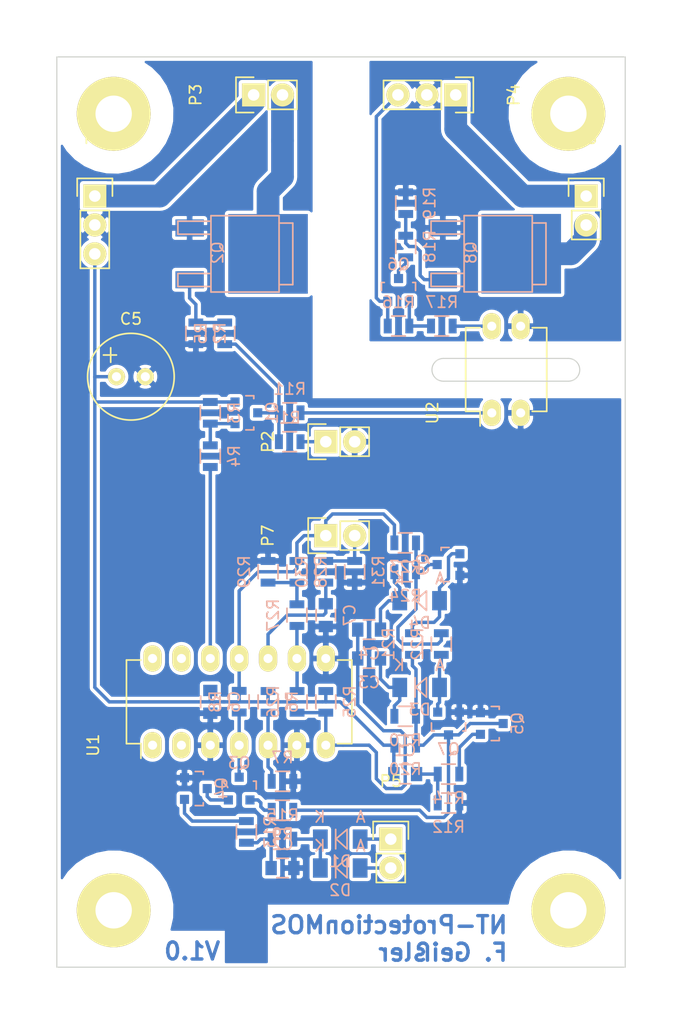
<source format=kicad_pcb>
(kicad_pcb (version 4) (host pcbnew "(2015-07-22 BZR 5980)-product")
  (layers (0 F.Cu signal) (31 B.Cu signal) (34 B.Paste user) (35 F.Paste user) (36 B.SilkS user) (37 F.SilkS user) (38 B.Mask user) (39 F.Mask user) (44 Edge.Cuts user))
  (net 0 "")
  (net 1 "Net-(C1-Pad1)")
  (net 2 V+)
  (net 3 V-)
  (net 4 "Net-(C2-Pad2)")
  (net 5 "Net-(C3-Pad1)")
  (net 6 "Net-(C3-Pad2)")
  (net 7 "Net-(C4-Pad2)")
  (net 8 "Net-(C7-Pad2)")
  (net 9 "Net-(D1-Pad1)")
  (net 10 "Net-(D1-Pad2)")
  (net 11 "Net-(D2-Pad2)")
  (net 12 "Net-(D3-Pad2)")
  (net 13 "Net-(D4-Pad2)")
  (net 14 "Net-(P1-Pad1)")
  (net 15 /ON)
  (net 16 "Net-(P3-Pad2)")
  (net 17 "Net-(P4-Pad1)")
  (net 18 /V-1)
  (net 19 /V+1)
  (net 20 "Net-(P6-Pad2)")
  (net 21 "Net-(P7-Pad2)")
  (net 22 "Net-(Q1-Pad1)")
  (net 23 "Net-(Q2-Pad1)")
  (net 24 "Net-(Q3-Pad1)")
  (net 25 "Net-(Q3-Pad2)")
  (net 26 "Net-(Q3-Pad3)")
  (net 27 "Net-(Q4-Pad1)")
  (net 28 "Net-(Q5-Pad1)")
  (net 29 "Net-(Q5-Pad3)")
  (net 30 "Net-(Q6-Pad1)")
  (net 31 "Net-(Q6-Pad3)")
  (net 32 "Net-(Q8-Pad1)")
  (net 33 "Net-(Q9-Pad3)")
  (net 34 "Net-(R4-Pad1)")
  (net 35 "Net-(R6-Pad1)")
  (net 36 "Net-(R11-Pad1)")
  (net 37 "Net-(R17-Pad1)")
  (net 38 "Net-(R26-Pad1)")
  (net 39 "Net-(R27-Pad1)")
  (net 40 "Net-(P2-Pad1)")
  (module mechanical:Hole_M3 (layer F.Cu) (at 55 125)
    (fp_text reference REF** hide)
    (fp_text value Hole_M3 hide)
    (pad 1 thru_hole circle (at 0 0) (size 6.5 6.5) (drill 3.2) (layers *.Cu *.Mask F.SilkS) (clearance 2))
  )
  (module mechanical:Hole_M3 (layer F.Cu) (at 95 125)
    (fp_text reference REF** hide)
    (fp_text value Hole_M3 hide)
    (pad 1 thru_hole circle (at 0 0) (size 6.5 6.5) (drill 3.2) (layers *.Cu *.Mask F.SilkS) (clearance 2))
  )
  (module mechanical:Hole_M3 (layer F.Cu) (at 95 55)
    (fp_text reference REF** hide)
    (fp_text value Hole_M3 hide)
    (pad 1 thru_hole circle (at 0 0) (size 6.5 6.5) (drill 3.2) (layers *.Cu *.Mask F.SilkS) (clearance 2))
  )
  (module Capacitors_SMD:C_0805 (layer B.Cu) (at 80.645 113.03 180)
    (fp_text reference C1 (at 0 2.1 180) (layer B.SilkS) (effects (justify mirror)))
    (fp_text value 15n)
    (pad 1 smd rect (at -1 0 180) (size 1 1.25) (layers B.Cu B.Paste B.Mask) (net 1 "Net-(C1-Pad1)"))
    (pad 2 smd rect (at 1 0 180) (size 1 1.25) (layers B.Cu B.Paste B.Mask) (net 2 V+))
  )
  (module Capacitors_SMD:C_0805 (layer B.Cu) (at 69.85 121.285 180)
    (fp_text reference C2 (at 0 2.1 180) (layer B.SilkS) (effects (justify mirror)))
    (fp_text value 100n)
    (pad 1 smd rect (at -1 0 180) (size 1 1.25) (layers B.Cu B.Paste B.Mask) (net 3 V-))
    (pad 2 smd rect (at 1 0 180) (size 1 1.25) (layers B.Cu B.Paste B.Mask) (net 4 "Net-(C2-Pad2)"))
  )
  (module Capacitors_SMD:C_0805 (layer B.Cu) (at 77.47 102.87)
    (fp_text reference C3 (at 0 2.1) (layer B.SilkS) (effects (justify mirror)))
    (fp_text value 100n)
    (pad 1 smd rect (at -1 0) (size 1 1.25) (layers B.Cu B.Paste B.Mask) (net 5 "Net-(C3-Pad1)"))
    (pad 2 smd rect (at 1 0) (size 1 1.25) (layers B.Cu B.Paste B.Mask) (net 6 "Net-(C3-Pad2)"))
  )
  (module Capacitors_SMD:C_0805 (layer B.Cu) (at 77.47 100.33)
    (fp_text reference C4 (at 0 2.1) (layer B.SilkS) (effects (justify mirror)))
    (fp_text value 100n)
    (pad 1 smd rect (at -1 0) (size 1 1.25) (layers B.Cu B.Paste B.Mask) (net 5 "Net-(C3-Pad1)"))
    (pad 2 smd rect (at 1 0) (size 1 1.25) (layers B.Cu B.Paste B.Mask) (net 7 "Net-(C4-Pad2)"))
  )
  (module Capacitors_Elko_ThroughHole:Elko_vert_11.2x7.5mm_RM2.5_CopperClear (layer F.Cu) (at 55.245 78.105)
    (fp_text reference C5 (at 1.27 -5.08) (layer F.SilkS))
    (fp_text value 22u)
    (pad 2 thru_hole circle (at 2.54 0) (size 1.50114 1.50114) (drill 0.8001) (layers *.Cu *.Mask F.SilkS) (net 3 V-))
    (pad 1 thru_hole circle (at 0 0) (size 1.50114 1.50114) (drill 0.8001) (layers *.Cu *.Mask F.SilkS) (net 2 V+))
  )
  (module Capacitors_SMD:C_0805 (layer B.Cu) (at 63.5 106.68 90)
    (fp_text reference C6 (at 0 2.1 90) (layer B.SilkS) (effects (justify mirror)))
    (fp_text value 100n)
    (pad 1 smd rect (at -1 0 90) (size 1 1.25) (layers B.Cu B.Paste B.Mask) (net 3 V-))
    (pad 2 smd rect (at 1 0 90) (size 1 1.25) (layers B.Cu B.Paste B.Mask) (net 2 V+))
  )
  (module Capacitors_SMD:C_0805 (layer B.Cu) (at 73.66 99.06 90)
    (fp_text reference C7 (at 0 2.1 90) (layer B.SilkS) (effects (justify mirror)))
    (fp_text value 1u)
    (pad 1 smd rect (at -1 0 90) (size 1 1.25) (layers B.Cu B.Paste B.Mask) (net 3 V-))
    (pad 2 smd rect (at 1 0 90) (size 1 1.25) (layers B.Cu B.Paste B.Mask) (net 8 "Net-(C7-Pad2)"))
  )
  (module Diodes_SMD:MiniMELF_Standard (layer B.Cu) (at 74.93 118.745)
    (fp_text reference D1 (at 0 1.95) (layer B.SilkS) (effects (justify mirror)))
    (fp_text value 1N4148)
    (fp_text user K (at -1.8 -1.95) (layer B.SilkS) (effects (justify mirror)))
    (fp_text user A (at 1.8 -1.95) (layer B.SilkS) (effects (justify mirror)))
    (pad 1 smd rect (at -1.75006 0) (size 1.30048 1.69926) (layers B.Cu B.Paste B.Mask) (net 9 "Net-(D1-Pad1)"))
    (pad 2 smd rect (at 1.75006 0) (size 1.30048 1.69926) (layers B.Cu B.Paste B.Mask) (net 10 "Net-(D1-Pad2)"))
  )
  (module Diodes_SMD:MiniMELF_Standard (layer B.Cu) (at 74.93 121.285)
    (fp_text reference D2 (at 0 1.95) (layer B.SilkS) (effects (justify mirror)))
    (fp_text value 1N4148)
    (fp_text user K (at -1.8 -1.95) (layer B.SilkS) (effects (justify mirror)))
    (fp_text user A (at 1.8 -1.95) (layer B.SilkS) (effects (justify mirror)))
    (pad 1 smd rect (at -1.75006 0) (size 1.30048 1.69926) (layers B.Cu B.Paste B.Mask) (net 9 "Net-(D1-Pad1)"))
    (pad 2 smd rect (at 1.75006 0) (size 1.30048 1.69926) (layers B.Cu B.Paste B.Mask) (net 11 "Net-(D2-Pad2)"))
  )
  (module Diodes_SMD:MiniMELF_Standard (layer B.Cu) (at 81.915 105.41)
    (fp_text reference D3 (at 0 1.95) (layer B.SilkS) (effects (justify mirror)))
    (fp_text value 1N4148)
    (fp_text user K (at -1.8 -1.95) (layer B.SilkS) (effects (justify mirror)))
    (fp_text user A (at 1.8 -1.95) (layer B.SilkS) (effects (justify mirror)))
    (pad 1 smd rect (at -1.75006 0) (size 1.30048 1.69926) (layers B.Cu B.Paste B.Mask) (net 6 "Net-(C3-Pad2)"))
    (pad 2 smd rect (at 1.75006 0) (size 1.30048 1.69926) (layers B.Cu B.Paste B.Mask) (net 12 "Net-(D3-Pad2)"))
  )
  (module Diodes_SMD:MiniMELF_Standard (layer B.Cu) (at 81.915 97.79)
    (fp_text reference D4 (at 0 1.95) (layer B.SilkS) (effects (justify mirror)))
    (fp_text value 1N4148)
    (fp_text user K (at -1.8 -1.95) (layer B.SilkS) (effects (justify mirror)))
    (fp_text user A (at 1.8 -1.95) (layer B.SilkS) (effects (justify mirror)))
    (pad 1 smd rect (at -1.75006 0) (size 1.30048 1.69926) (layers B.Cu B.Paste B.Mask) (net 7 "Net-(C4-Pad2)"))
    (pad 2 smd rect (at 1.75006 0) (size 1.30048 1.69926) (layers B.Cu B.Paste B.Mask) (net 13 "Net-(D4-Pad2)"))
  )
  (module Pin_Headers:Pin_Header_Straight_1x03 (layer F.Cu) (at 53.34 62.23)
    (fp_text reference P1 (at 0 -5.1) (layer F.SilkS))
    (fp_text value VI2)
    (pad 1 thru_hole rect (at 0 0) (size 2.032 2.032) (drill 1.016) (layers *.Cu *.Mask F.SilkS) (net 14 "Net-(P1-Pad1)"))
    (pad 2 thru_hole circle (at 0 2.54) (size 2.032 2.032) (drill 1.016) (layers *.Cu *.Mask F.SilkS) (net 3 V-))
    (pad 3 thru_hole circle (at 0 5.08) (size 2.032 2.032) (drill 1.016) (layers *.Cu *.Mask F.SilkS) (net 2 V+))
  )
  (module Pin_Headers:Pin_Header_Straight_1x02 (layer F.Cu) (at 73.66 83.82 90)
    (fp_text reference P2 (at 0 -5.1 90) (layer F.SilkS))
    (fp_text value LED)
    (pad 1 thru_hole rect (at 0 0 90) (size 2.032 2.032) (drill 1.016) (layers *.Cu *.Mask F.SilkS) (net 40 "Net-(P2-Pad1)"))
    (pad 2 thru_hole oval (at 0 2.54 90) (size 2.032 2.032) (drill 1.016) (layers *.Cu *.Mask F.SilkS) (net 3 V-))
  )
  (module Pin_Headers:Pin_Header_Straight_1x02 (layer F.Cu) (at 67.31 53.34 90)
    (fp_text reference P3 (at 0 -5.1 90) (layer F.SilkS))
    (fp_text value VO2)
    (pad 1 thru_hole rect (at 0 0 90) (size 2.032 2.032) (drill 1.016) (layers *.Cu *.Mask F.SilkS) (net 14 "Net-(P1-Pad1)"))
    (pad 2 thru_hole oval (at 0 2.54 90) (size 2.032 2.032) (drill 1.016) (layers *.Cu *.Mask F.SilkS) (net 16 "Net-(P3-Pad2)"))
  )
  (module Pin_Headers:Pin_Header_Straight_1x03 (layer F.Cu) (at 85.09 53.34 270)
    (fp_text reference P4 (at 0 -5.1 270) (layer F.SilkS))
    (fp_text value VI1)
    (pad 1 thru_hole rect (at 0 0 270) (size 2.032 2.032) (drill 1.016) (layers *.Cu *.Mask F.SilkS) (net 17 "Net-(P4-Pad1)"))
    (pad 2 thru_hole circle (at 0 2.54 270) (size 2.032 2.032) (drill 1.016) (layers *.Cu *.Mask F.SilkS) (net 18 /V-1))
    (pad 3 thru_hole circle (at 0 5.08 270) (size 2.032 2.032) (drill 1.016) (layers *.Cu *.Mask F.SilkS) (net 19 /V+1))
  )
  (module Pin_Headers:Pin_Header_Straight_1x02 (layer F.Cu) (at 79.375 118.745)
    (fp_text reference P5 (at 0 -5.1) (layer F.SilkS))
    (fp_text value VAC2)
    (pad 1 thru_hole rect (at 0 0) (size 2.032 2.032) (drill 1.016) (layers *.Cu *.Mask F.SilkS) (net 10 "Net-(D1-Pad2)"))
    (pad 2 thru_hole oval (at 0 2.54) (size 2.032 2.032) (drill 1.016) (layers *.Cu *.Mask F.SilkS) (net 11 "Net-(D2-Pad2)"))
  )
  (module Pin_Headers:Pin_Header_Straight_1x02 (layer F.Cu) (at 96.567032 62.235891)
    (fp_text reference P6 (at 0 -5.1) (layer F.SilkS))
    (fp_text value VO1)
    (pad 1 thru_hole rect (at 0 0) (size 2.032 2.032) (drill 1.016) (layers *.Cu *.Mask F.SilkS) (net 17 "Net-(P4-Pad1)"))
    (pad 2 thru_hole oval (at 0 2.54) (size 2.032 2.032) (drill 1.016) (layers *.Cu *.Mask F.SilkS) (net 20 "Net-(P6-Pad2)"))
  )
  (module Pin_Headers:Pin_Header_Straight_1x02 (layer F.Cu) (at 73.66 92.075 90)
    (fp_text reference P7 (at 0 -5.1 90) (layer F.SilkS))
    (fp_text value Taster)
    (pad 1 thru_hole rect (at 0 0 90) (size 2.032 2.032) (drill 1.016) (layers *.Cu *.Mask F.SilkS) (net 2 V+))
    (pad 2 thru_hole oval (at 0 2.54 90) (size 2.032 2.032) (drill 1.016) (layers *.Cu *.Mask F.SilkS) (net 21 "Net-(P7-Pad2)"))
  )
  (module Housings_SOT-23_SOT-143_TSOT-6:SOT-23 (layer B.Cu) (at 66.675 81.28 90)
    (fp_text reference Q1 (at 0 2.25 90) (layer B.SilkS) (effects (justify mirror)))
    (fp_text value BC858)
    (pad 1 smd rect (at -0.95 -1.00076 90) (size 0.8001 0.8001) (layers B.Cu B.Paste B.Mask) (net 22 "Net-(Q1-Pad1)"))
    (pad 2 smd rect (at 0.95 -1.00076 90) (size 0.8001 0.8001) (layers B.Cu B.Paste B.Mask) (net 2 V+))
    (pad 3 smd rect (at 0 0.99822 90) (size 0.8001 0.8001) (layers B.Cu B.Paste B.Mask) (net 15 /ON))
  )
  (module Transistors_SMD:sot428 (layer B.Cu) (at 65.13068 67.31 90)
    (fp_text reference Q2 (at 0.09906 -1.00076 90) (layer B.SilkS) (effects (justify mirror)))
    (fp_text value Q_NMOS_GDS)
    (pad 1 smd rect (at -2.27584 -3.44932 90) (size 1.50114 2.49936) (layers B.Cu B.Paste B.Mask) (net 23 "Net-(Q2-Pad1)"))
    (pad 3 smd rect (at 2.27584 -3.44932 90) (size 1.50114 2.49936) (layers B.Cu B.Paste B.Mask) (net 3 V-))
    (pad 2 smd rect (at 0 3.44932 90) (size 7.00024 7.00024) (layers B.Cu B.Paste B.Mask) (net 16 "Net-(P3-Pad2)"))
  )
  (module Housings_SOT-23_SOT-143_TSOT-6:SOT-23 (layer B.Cu) (at 66.04 114.3 180)
    (fp_text reference Q3 (at 0 2.25 180) (layer B.SilkS) (effects (justify mirror)))
    (fp_text value BC850)
    (pad 1 smd rect (at -0.95 -1.00076 180) (size 0.8001 0.8001) (layers B.Cu B.Paste B.Mask) (net 24 "Net-(Q3-Pad1)"))
    (pad 2 smd rect (at 0.95 -1.00076 180) (size 0.8001 0.8001) (layers B.Cu B.Paste B.Mask) (net 25 "Net-(Q3-Pad2)"))
    (pad 3 smd rect (at 0 0.99822 180) (size 0.8001 0.8001) (layers B.Cu B.Paste B.Mask) (net 26 "Net-(Q3-Pad3)"))
  )
  (module Housings_SOT-23_SOT-143_TSOT-6:SOT-23 (layer B.Cu) (at 62.23 114.3 90)
    (fp_text reference Q4 (at 0 2.25 90) (layer B.SilkS) (effects (justify mirror)))
    (fp_text value BC850)
    (pad 1 smd rect (at -0.95 -1.00076 90) (size 0.8001 0.8001) (layers B.Cu B.Paste B.Mask) (net 27 "Net-(Q4-Pad1)"))
    (pad 2 smd rect (at 0.95 -1.00076 90) (size 0.8001 0.8001) (layers B.Cu B.Paste B.Mask) (net 3 V-))
    (pad 3 smd rect (at 0 0.99822 90) (size 0.8001 0.8001) (layers B.Cu B.Paste B.Mask) (net 25 "Net-(Q3-Pad2)"))
  )
  (module Housings_SOT-23_SOT-143_TSOT-6:SOT-23 (layer B.Cu) (at 88.265 108.585 90)
    (fp_text reference Q5 (at 0 2.25 90) (layer B.SilkS) (effects (justify mirror)))
    (fp_text value BC850)
    (pad 1 smd rect (at -0.95 -1.00076 90) (size 0.8001 0.8001) (layers B.Cu B.Paste B.Mask) (net 28 "Net-(Q5-Pad1)"))
    (pad 2 smd rect (at 0.95 -1.00076 90) (size 0.8001 0.8001) (layers B.Cu B.Paste B.Mask) (net 3 V-))
    (pad 3 smd rect (at 0 0.99822 90) (size 0.8001 0.8001) (layers B.Cu B.Paste B.Mask) (net 29 "Net-(Q5-Pad3)"))
  )
  (module Housings_SOT-23_SOT-143_TSOT-6:SOT-23 (layer B.Cu) (at 80.057032 70.476185 180)
    (fp_text reference Q6 (at 0 2.25 180) (layer B.SilkS) (effects (justify mirror)))
    (fp_text value BC858)
    (pad 1 smd rect (at -0.95 -1.00076 180) (size 0.8001 0.8001) (layers B.Cu B.Paste B.Mask) (net 30 "Net-(Q6-Pad1)"))
    (pad 2 smd rect (at 0.95 -1.00076 180) (size 0.8001 0.8001) (layers B.Cu B.Paste B.Mask) (net 19 /V+1))
    (pad 3 smd rect (at 0 0.99822 180) (size 0.8001 0.8001) (layers B.Cu B.Paste B.Mask) (net 31 "Net-(Q6-Pad3)"))
  )
  (module Housings_SOT-23_SOT-143_TSOT-6:SOT-23 (layer B.Cu) (at 84.455 108.585)
    (fp_text reference Q7 (at 0 2.25) (layer B.SilkS) (effects (justify mirror)))
    (fp_text value BC850)
    (pad 1 smd rect (at -0.95 -1.00076) (size 0.8001 0.8001) (layers B.Cu B.Paste B.Mask) (net 12 "Net-(D3-Pad2)"))
    (pad 2 smd rect (at 0.95 -1.00076) (size 0.8001 0.8001) (layers B.Cu B.Paste B.Mask) (net 3 V-))
    (pad 3 smd rect (at 0 0.99822) (size 0.8001 0.8001) (layers B.Cu B.Paste B.Mask) (net 29 "Net-(Q5-Pad3)"))
  )
  (module Transistors_SMD:sot428 (layer B.Cu) (at 87.402712 67.301185 90)
    (fp_text reference Q8 (at 0.09906 -1.00076 90) (layer B.SilkS) (effects (justify mirror)))
    (fp_text value Q_NMOS_GDS)
    (pad 1 smd rect (at -2.27584 -3.44932 90) (size 1.50114 2.49936) (layers B.Cu B.Paste B.Mask) (net 32 "Net-(Q8-Pad1)"))
    (pad 3 smd rect (at 2.27584 -3.44932 90) (size 1.50114 2.49936) (layers B.Cu B.Paste B.Mask) (net 18 /V-1))
    (pad 2 smd rect (at 0 3.44932 90) (size 7.00024 7.00024) (layers B.Cu B.Paste B.Mask) (net 20 "Net-(P6-Pad2)"))
  )
  (module Housings_SOT-23_SOT-143_TSOT-6:SOT-23 (layer B.Cu) (at 84.455 94.615 270)
    (fp_text reference Q9 (at 0 2.25 270) (layer B.SilkS) (effects (justify mirror)))
    (fp_text value BC850)
    (pad 1 smd rect (at -0.95 -1.00076 270) (size 0.8001 0.8001) (layers B.Cu B.Paste B.Mask) (net 13 "Net-(D4-Pad2)"))
    (pad 2 smd rect (at 0.95 -1.00076 270) (size 0.8001 0.8001) (layers B.Cu B.Paste B.Mask) (net 3 V-))
    (pad 3 smd rect (at 0 0.99822 270) (size 0.8001 0.8001) (layers B.Cu B.Paste B.Mask) (net 33 "Net-(Q9-Pad3)"))
  )
  (module Resistors_SMD:R_0805 (layer B.Cu) (at 70.485 83.82 180)
    (fp_text reference R1 (at 0 2.1 180) (layer B.SilkS) (effects (justify mirror)))
    (fp_text value 2k2)
    (pad 1 smd rect (at -0.95 0 180) (size 0.7 1.3) (layers B.Cu B.Paste B.Mask) (net 40 "Net-(P2-Pad1)"))
    (pad 2 smd rect (at 0.95 0 180) (size 0.7 1.3) (layers B.Cu B.Paste B.Mask) (net 15 /ON))
  )
  (module Resistors_SMD:R_0805 (layer B.Cu) (at 62.23 74.295 90)
    (fp_text reference R2 (at 0 2.1 90) (layer B.SilkS) (effects (justify mirror)))
    (fp_text value 22k)
    (pad 1 smd rect (at -0.95 0 90) (size 0.7 1.3) (layers B.Cu B.Paste B.Mask) (net 3 V-))
    (pad 2 smd rect (at 0.95 0 90) (size 0.7 1.3) (layers B.Cu B.Paste B.Mask) (net 23 "Net-(Q2-Pad1)"))
  )
  (module Resistors_SMD:R_0805 (layer B.Cu) (at 63.5 81.28 90)
    (fp_text reference R3 (at 0 2.1 90) (layer B.SilkS) (effects (justify mirror)))
    (fp_text value 10k)
    (pad 1 smd rect (at -0.95 0 90) (size 0.7 1.3) (layers B.Cu B.Paste B.Mask) (net 22 "Net-(Q1-Pad1)"))
    (pad 2 smd rect (at 0.95 0 90) (size 0.7 1.3) (layers B.Cu B.Paste B.Mask) (net 2 V+))
  )
  (module Resistors_SMD:R_0805 (layer B.Cu) (at 63.5 85.09 90)
    (fp_text reference R4 (at 0 2.1 90) (layer B.SilkS) (effects (justify mirror)))
    (fp_text value 22k)
    (pad 1 smd rect (at -0.95 0 90) (size 0.7 1.3) (layers B.Cu B.Paste B.Mask) (net 34 "Net-(R4-Pad1)"))
    (pad 2 smd rect (at 0.95 0 90) (size 0.7 1.3) (layers B.Cu B.Paste B.Mask) (net 22 "Net-(Q1-Pad1)"))
  )
  (module Resistors_SMD:R_0805 (layer B.Cu) (at 64.77 74.295 270)
    (fp_text reference R5 (at 0 2.1 270) (layer B.SilkS) (effects (justify mirror)))
    (fp_text value 100)
    (pad 1 smd rect (at -0.95 0 270) (size 0.7 1.3) (layers B.Cu B.Paste B.Mask) (net 23 "Net-(Q2-Pad1)"))
    (pad 2 smd rect (at 0.95 0 270) (size 0.7 1.3) (layers B.Cu B.Paste B.Mask) (net 15 /ON))
  )
  (module Resistors_SMD:R_0805 (layer B.Cu) (at 68.58 106.68 90)
    (fp_text reference R6 (at 0 2.1 90) (layer B.SilkS) (effects (justify mirror)))
    (fp_text value 10k)
    (pad 1 smd rect (at -0.95 0 90) (size 0.7 1.3) (layers B.Cu B.Paste B.Mask) (net 35 "Net-(R6-Pad1)"))
    (pad 2 smd rect (at 0.95 0 90) (size 0.7 1.3) (layers B.Cu B.Paste B.Mask) (net 2 V+))
  )
  (module Resistors_SMD:R_0805 (layer B.Cu) (at 69.85 113.665 180)
    (fp_text reference R7 (at 0 2.1 180) (layer B.SilkS) (effects (justify mirror)))
    (fp_text value 100k)
    (pad 1 smd rect (at -0.95 0 180) (size 0.7 1.3) (layers B.Cu B.Paste B.Mask) (net 3 V-))
    (pad 2 smd rect (at 0.95 0 180) (size 0.7 1.3) (layers B.Cu B.Paste B.Mask) (net 35 "Net-(R6-Pad1)"))
  )
  (module Resistors_SMD:R_0805 (layer B.Cu) (at 66.04 106.666221 270)
    (fp_text reference R8 (at 0 2.1 270) (layer B.SilkS) (effects (justify mirror)))
    (fp_text value 10k)
    (pad 1 smd rect (at -0.95 0 270) (size 0.7 1.3) (layers B.Cu B.Paste B.Mask) (net 2 V+))
    (pad 2 smd rect (at 0.95 0 270) (size 0.7 1.3) (layers B.Cu B.Paste B.Mask) (net 26 "Net-(Q3-Pad3)"))
  )
  (module Resistors_SMD:R_0805 (layer B.Cu) (at 69.85 116.205)
    (fp_text reference R9 (at 0 2.1) (layer B.SilkS) (effects (justify mirror)))
    (fp_text value 22k)
    (pad 1 smd rect (at -0.95 0) (size 0.7 1.3) (layers B.Cu B.Paste B.Mask) (net 24 "Net-(Q3-Pad1)"))
    (pad 2 smd rect (at 0.95 0) (size 0.7 1.3) (layers B.Cu B.Paste B.Mask) (net 29 "Net-(Q5-Pad3)"))
  )
  (module Resistors_SMD:R_0805 (layer B.Cu) (at 80.645 107.95)
    (fp_text reference R10 (at 0 2.1) (layer B.SilkS) (effects (justify mirror)))
    (fp_text value 47k)
    (pad 1 smd rect (at -0.95 0) (size 0.7 1.3) (layers B.Cu B.Paste B.Mask) (net 6 "Net-(C3-Pad2)"))
    (pad 2 smd rect (at 0.95 0) (size 0.7 1.3) (layers B.Cu B.Paste B.Mask) (net 29 "Net-(Q5-Pad3)"))
  )
  (module Resistors_SMD:R_0805 (layer B.Cu) (at 70.485 81.28 180)
    (fp_text reference R11 (at 0 2.1 180) (layer B.SilkS) (effects (justify mirror)))
    (fp_text value 2k2)
    (pad 1 smd rect (at -0.95 0 180) (size 0.7 1.3) (layers B.Cu B.Paste B.Mask) (net 36 "Net-(R11-Pad1)"))
    (pad 2 smd rect (at 0.95 0 180) (size 0.7 1.3) (layers B.Cu B.Paste B.Mask) (net 15 /ON))
  )
  (module Resistors_SMD:R_0805 (layer B.Cu) (at 84.455 115.57)
    (fp_text reference R12 (at 0 2.1) (layer B.SilkS) (effects (justify mirror)))
    (fp_text value 100k)
    (pad 1 smd rect (at -0.95 0) (size 0.7 1.3) (layers B.Cu B.Paste B.Mask) (net 1 "Net-(C1-Pad1)"))
    (pad 2 smd rect (at 0.95 0) (size 0.7 1.3) (layers B.Cu B.Paste B.Mask) (net 3 V-))
  )
  (module Resistors_SMD:R_0805 (layer B.Cu) (at 66.675 118.11 90)
    (fp_text reference R13 (at 0 2.1 90) (layer B.SilkS) (effects (justify mirror)))
    (fp_text value 22k)
    (pad 1 smd rect (at -0.95 0 90) (size 0.7 1.3) (layers B.Cu B.Paste B.Mask) (net 4 "Net-(C2-Pad2)"))
    (pad 2 smd rect (at 0.95 0 90) (size 0.7 1.3) (layers B.Cu B.Paste B.Mask) (net 27 "Net-(Q4-Pad1)"))
  )
  (module Resistors_SMD:R_0805 (layer B.Cu) (at 84.455 113.03)
    (fp_text reference R14 (at 0 2.1) (layer B.SilkS) (effects (justify mirror)))
    (fp_text value 10k)
    (pad 1 smd rect (at -0.95 0) (size 0.7 1.3) (layers B.Cu B.Paste B.Mask) (net 1 "Net-(C1-Pad1)"))
    (pad 2 smd rect (at 0.95 0) (size 0.7 1.3) (layers B.Cu B.Paste B.Mask) (net 28 "Net-(Q5-Pad1)"))
  )
  (module Resistors_SMD:R_0805 (layer B.Cu) (at 69.85 118.745 180)
    (fp_text reference R15 (at 0 2.1 180) (layer B.SilkS) (effects (justify mirror)))
    (fp_text value 22k)
    (pad 1 smd rect (at -0.95 0 180) (size 0.7 1.3) (layers B.Cu B.Paste B.Mask) (net 9 "Net-(D1-Pad1)"))
    (pad 2 smd rect (at 0.95 0 180) (size 0.7 1.3) (layers B.Cu B.Paste B.Mask) (net 4 "Net-(C2-Pad2)"))
  )
  (module Resistors_SMD:R_0805 (layer B.Cu) (at 80.057032 73.651185 180)
    (fp_text reference R16 (at 0 2.1 180) (layer B.SilkS) (effects (justify mirror)))
    (fp_text value 10k)
    (pad 1 smd rect (at -0.95 0 180) (size 0.7 1.3) (layers B.Cu B.Paste B.Mask) (net 30 "Net-(Q6-Pad1)"))
    (pad 2 smd rect (at 0.95 0 180) (size 0.7 1.3) (layers B.Cu B.Paste B.Mask) (net 19 /V+1))
  )
  (module Resistors_SMD:R_0805 (layer B.Cu) (at 83.867032 73.651185 180)
    (fp_text reference R17 (at 0 2.1 180) (layer B.SilkS) (effects (justify mirror)))
    (fp_text value 22k)
    (pad 1 smd rect (at -0.95 0 180) (size 0.7 1.3) (layers B.Cu B.Paste B.Mask) (net 37 "Net-(R17-Pad1)"))
    (pad 2 smd rect (at 0.95 0 180) (size 0.7 1.3) (layers B.Cu B.Paste B.Mask) (net 30 "Net-(Q6-Pad1)"))
  )
  (module Resistors_SMD:R_0805 (layer B.Cu) (at 80.692032 66.666185 90)
    (fp_text reference R18 (at 0 2.1 90) (layer B.SilkS) (effects (justify mirror)))
    (fp_text value 100)
    (pad 1 smd rect (at -0.95 0 90) (size 0.7 1.3) (layers B.Cu B.Paste B.Mask) (net 31 "Net-(Q6-Pad3)"))
    (pad 2 smd rect (at 0.95 0 90) (size 0.7 1.3) (layers B.Cu B.Paste B.Mask) (net 32 "Net-(Q8-Pad1)"))
  )
  (module Resistors_SMD:R_0805 (layer B.Cu) (at 80.692032 62.856185 90)
    (fp_text reference R19 (at 0 2.1 90) (layer B.SilkS) (effects (justify mirror)))
    (fp_text value 22k)
    (pad 1 smd rect (at -0.95 0 90) (size 0.7 1.3) (layers B.Cu B.Paste B.Mask) (net 32 "Net-(Q8-Pad1)"))
    (pad 2 smd rect (at 0.95 0 90) (size 0.7 1.3) (layers B.Cu B.Paste B.Mask) (net 18 /V-1))
  )
  (module Resistors_SMD:R_0805 (layer B.Cu) (at 80.645 110.49)
    (fp_text reference R20 (at 0 2.1) (layer B.SilkS) (effects (justify mirror)))
    (fp_text value 10k)
    (pad 1 smd rect (at -0.95 0) (size 0.7 1.3) (layers B.Cu B.Paste B.Mask) (net 2 V+))
    (pad 2 smd rect (at 0.95 0) (size 0.7 1.3) (layers B.Cu B.Paste B.Mask) (net 29 "Net-(Q5-Pad3)"))
  )
  (module Resistors_SMD:R_0805 (layer B.Cu) (at 81.28 101.6 270)
    (fp_text reference R21 (at 0 2.1 270) (layer B.SilkS) (effects (justify mirror)))
    (fp_text value 22k)
    (pad 1 smd rect (at -0.95 0 270) (size 0.7 1.3) (layers B.Cu B.Paste B.Mask) (net 13 "Net-(D4-Pad2)"))
    (pad 2 smd rect (at 0.95 0 270) (size 0.7 1.3) (layers B.Cu B.Paste B.Mask) (net 29 "Net-(Q5-Pad3)"))
  )
  (module Resistors_SMD:R_0805 (layer B.Cu) (at 83.82 101.6 270)
    (fp_text reference R22 (at 0 2.1 270) (layer B.SilkS) (effects (justify mirror)))
    (fp_text value 22k)
    (pad 1 smd rect (at -0.95 0 270) (size 0.7 1.3) (layers B.Cu B.Paste B.Mask) (net 33 "Net-(Q9-Pad3)"))
    (pad 2 smd rect (at 0.95 0 270) (size 0.7 1.3) (layers B.Cu B.Paste B.Mask) (net 12 "Net-(D3-Pad2)"))
  )
  (module Resistors_SMD:R_0805 (layer B.Cu) (at 80.645 92.71)
    (fp_text reference R23 (at 0 2.1) (layer B.SilkS) (effects (justify mirror)))
    (fp_text value 10k)
    (pad 1 smd rect (at -0.95 0) (size 0.7 1.3) (layers B.Cu B.Paste B.Mask) (net 2 V+))
    (pad 2 smd rect (at 0.95 0) (size 0.7 1.3) (layers B.Cu B.Paste B.Mask) (net 33 "Net-(Q9-Pad3)"))
  )
  (module Resistors_SMD:R_0805 (layer B.Cu) (at 80.645 95.25)
    (fp_text reference R24 (at 0 2.1) (layer B.SilkS) (effects (justify mirror)))
    (fp_text value 47k)
    (pad 1 smd rect (at -0.95 0) (size 0.7 1.3) (layers B.Cu B.Paste B.Mask) (net 7 "Net-(C4-Pad2)"))
    (pad 2 smd rect (at 0.95 0) (size 0.7 1.3) (layers B.Cu B.Paste B.Mask) (net 33 "Net-(Q9-Pad3)"))
  )
  (module Resistors_SMD:R_0805 (layer B.Cu) (at 73.66 106.68 90)
    (fp_text reference R25 (at 0 2.1 90) (layer B.SilkS) (effects (justify mirror)))
    (fp_text value 10k)
    (pad 1 smd rect (at -0.95 0 90) (size 0.7 1.3) (layers B.Cu B.Paste B.Mask) (net 5 "Net-(C3-Pad1)"))
    (pad 2 smd rect (at 0.95 0 90) (size 0.7 1.3) (layers B.Cu B.Paste B.Mask) (net 2 V+))
  )
  (module Resistors_SMD:R_0805 (layer B.Cu) (at 71.1337 106.68 270)
    (fp_text reference R26 (at 0 2.1 270) (layer B.SilkS) (effects (justify mirror)))
    (fp_text value 120k)
    (pad 1 smd rect (at -0.95 0 270) (size 0.7 1.3) (layers B.Cu B.Paste B.Mask) (net 38 "Net-(R26-Pad1)"))
    (pad 2 smd rect (at 0.95 0 270) (size 0.7 1.3) (layers B.Cu B.Paste B.Mask) (net 5 "Net-(C3-Pad1)"))
  )
  (module Resistors_SMD:R_0805 (layer B.Cu) (at 71.12 99.06 270)
    (fp_text reference R27 (at 0 2.1 270) (layer B.SilkS) (effects (justify mirror)))
    (fp_text value 100k)
    (pad 1 smd rect (at -0.95 0 270) (size 0.7 1.3) (layers B.Cu B.Paste B.Mask) (net 39 "Net-(R27-Pad1)"))
    (pad 2 smd rect (at 0.95 0 270) (size 0.7 1.3) (layers B.Cu B.Paste B.Mask) (net 38 "Net-(R26-Pad1)"))
  )
  (module Resistors_SMD:R_0805 (layer B.Cu) (at 71.12 95.25 90)
    (fp_text reference R28 (at 0 2.1 90) (layer B.SilkS) (effects (justify mirror)))
    (fp_text value 10k)
    (pad 1 smd rect (at -0.95 0 90) (size 0.7 1.3) (layers B.Cu B.Paste B.Mask) (net 39 "Net-(R27-Pad1)"))
    (pad 2 smd rect (at 0.95 0 90) (size 0.7 1.3) (layers B.Cu B.Paste B.Mask) (net 2 V+))
  )
  (module Resistors_SMD:R_0805 (layer B.Cu) (at 68.58 95.25 270)
    (fp_text reference R29 (at 0 2.1 270) (layer B.SilkS) (effects (justify mirror)))
    (fp_text value 10k)
    (pad 1 smd rect (at -0.95 0 270) (size 0.7 1.3) (layers B.Cu B.Paste B.Mask) (net 3 V-))
    (pad 2 smd rect (at 0.95 0 270) (size 0.7 1.3) (layers B.Cu B.Paste B.Mask) (net 39 "Net-(R27-Pad1)"))
  )
  (module Resistors_SMD:R_0805 (layer B.Cu) (at 73.66 95.25 270)
    (fp_text reference R30 (at 0 2.1 270) (layer B.SilkS) (effects (justify mirror)))
    (fp_text value 10k)
    (pad 1 smd rect (at -0.95 0 270) (size 0.7 1.3) (layers B.Cu B.Paste B.Mask) (net 21 "Net-(P7-Pad2)"))
    (pad 2 smd rect (at 0.95 0 270) (size 0.7 1.3) (layers B.Cu B.Paste B.Mask) (net 8 "Net-(C7-Pad2)"))
  )
  (module Resistors_SMD:R_0805 (layer B.Cu) (at 76.2 95.25 90)
    (fp_text reference R31 (at 0 2.1 90) (layer B.SilkS) (effects (justify mirror)))
    (fp_text value 4k7)
    (pad 1 smd rect (at -0.95 0 90) (size 0.7 1.3) (layers B.Cu B.Paste B.Mask) (net 3 V-))
    (pad 2 smd rect (at 0.95 0 90) (size 0.7 1.3) (layers B.Cu B.Paste B.Mask) (net 21 "Net-(P7-Pad2)"))
  )
  (module Housings_DIP:DIP-14_W7.62mm_LongPads (layer F.Cu) (at 58.42 110.49 90)
    (fp_text reference U1 (at 0 -5.22 90) (layer F.SilkS))
    (fp_text value LM319)
    (pad 1 thru_hole oval (at 0 0 90) (size 2.3 1.6) (drill 0.8) (layers *.Cu *.Mask F.SilkS))
    (pad 2 thru_hole oval (at 0 2.54 90) (size 2.3 1.6) (drill 0.8) (layers *.Cu *.Mask F.SilkS))
    (pad 3 thru_hole oval (at 0 5.08 90) (size 2.3 1.6) (drill 0.8) (layers *.Cu *.Mask F.SilkS) (net 3 V-))
    (pad 4 thru_hole oval (at 0 7.62 90) (size 2.3 1.6) (drill 0.8) (layers *.Cu *.Mask F.SilkS) (net 26 "Net-(Q3-Pad3)"))
    (pad 5 thru_hole oval (at 0 10.16 90) (size 2.3 1.6) (drill 0.8) (layers *.Cu *.Mask F.SilkS) (net 35 "Net-(R6-Pad1)"))
    (pad 6 thru_hole oval (at 0 12.7 90) (size 2.3 1.6) (drill 0.8) (layers *.Cu *.Mask F.SilkS) (net 3 V-))
    (pad 7 thru_hole oval (at 0 15.24 90) (size 2.3 1.6) (drill 0.8) (layers *.Cu *.Mask F.SilkS) (net 5 "Net-(C3-Pad1)"))
    (pad 8 thru_hole oval (at 7.62 15.24 90) (size 2.3 1.6) (drill 0.8) (layers *.Cu *.Mask F.SilkS) (net 3 V-))
    (pad 9 thru_hole oval (at 7.62 12.7 90) (size 2.3 1.6) (drill 0.8) (layers *.Cu *.Mask F.SilkS) (net 38 "Net-(R26-Pad1)"))
    (pad 10 thru_hole oval (at 7.62 10.16 90) (size 2.3 1.6) (drill 0.8) (layers *.Cu *.Mask F.SilkS) (net 8 "Net-(C7-Pad2)"))
    (pad 11 thru_hole oval (at 7.62 7.62 90) (size 2.3 1.6) (drill 0.8) (layers *.Cu *.Mask F.SilkS) (net 2 V+))
    (pad 12 thru_hole oval (at 7.62 5.08 90) (size 2.3 1.6) (drill 0.8) (layers *.Cu *.Mask F.SilkS) (net 34 "Net-(R4-Pad1)"))
    (pad 13 thru_hole oval (at 7.62 2.54 90) (size 2.3 1.6) (drill 0.8) (layers *.Cu *.Mask F.SilkS))
    (pad 14 thru_hole oval (at 7.62 0 90) (size 2.3 1.6) (drill 0.8) (layers *.Cu *.Mask F.SilkS))
  )
  (module Housings_DIP:DIP-4_W7.62mm_LongPads (layer F.Cu) (at 88.259606 81.285891 90)
    (fp_text reference U2 (at 0 -5.22 90) (layer F.SilkS))
    (fp_text value LTV-817)
    (pad 1 thru_hole oval (at 0 0 90) (size 2.3 1.6) (drill 0.8) (layers *.Cu *.Mask F.SilkS) (net 36 "Net-(R11-Pad1)"))
    (pad 2 thru_hole oval (at 0 2.54 90) (size 2.3 1.6) (drill 0.8) (layers *.Cu *.Mask F.SilkS) (net 3 V-))
    (pad 3 thru_hole oval (at 7.62 2.54 90) (size 2.3 1.6) (drill 0.8) (layers *.Cu *.Mask F.SilkS) (net 18 /V-1))
    (pad 4 thru_hole oval (at 7.62 0 90) (size 2.3 1.6) (drill 0.8) (layers *.Cu *.Mask F.SilkS) (net 37 "Net-(R17-Pad1)"))
  )
  (module mechanical:Hole_M3 (layer F.Cu) (at 55 55)
    (fp_text reference REF** hide)
    (fp_text value Hole_M3 hide)
    (pad 1 thru_hole circle (at 0 0) (size 6.5 6.5) (drill 3.2) (layers *.Cu *.Mask F.SilkS) (clearance 2))
  )
  (gr_text V1.0 (at 61.9 128.6) (layer B.Cu) (effects (font (size 1.5 1.5) (thickness 0.3)) (justify mirror)))
  (gr_text "NT-ProtectionMOS\nF. Geißler" (at 89.8 127.5) (layer B.Cu) (effects (font (size 1.5 1.5) (thickness 0.3)) (justify left mirror)))
  (gr_line (start 95 76.5) (end 84 76.5) (layer Edge.Cuts) (width 0.1))
  (gr_line (start 84 78.5) (end 95 78.5) (layer Edge.Cuts) (width 0.1))
  (gr_arc (start 84 77.5) (end 84 78.5) (angle 180) (layer Edge.Cuts) (width 0.1))
  (gr_arc (start 95 77.5) (end 95 76.5) (angle 180) (layer Edge.Cuts) (width 0.1))
  (gr_line (start 50 130) (end 50 50) (layer Edge.Cuts) (width 0.1))
  (gr_line (start 100 130) (end 50 130) (layer Edge.Cuts) (width 0.1))
  (gr_line (start 100 50) (end 100 130) (layer Edge.Cuts) (width 0.1))
  (gr_line (start 50 50) (end 100 50) (layer Edge.Cuts) (width 0.1))
  (segment (start 83.505 113.03) (end 83.505 115.57) (width 0.3) (layer B.Cu) (net 1))
  (segment (start 81.645 113.03) (end 83.505 113.03) (width 0.3) (layer B.Cu) (net 1))
  (segment (start 66.04 102.87) (end 66.04 105.25506) (width 0.3) (layer B.Cu) (net 2))
  (segment (start 66.04 105.25506) (end 66.04 106.666221) (width 0.3) (layer B.Cu) (net 2))
  (segment (start 66.04 105.716221) (end 66.04 105.25506) (width 0.3) (layer B.Cu) (net 2))
  (segment (start 74.93 106.68) (end 73.673406 106.68) (width 0.3) (layer B.Cu) (net 2))
  (segment (start 73.673406 106.68) (end 73.36 106.68) (width 0.3) (layer B.Cu) (net 2))
  (segment (start 73.66 105.73) (end 73.66 106.666594) (width 0.3) (layer B.Cu) (net 2))
  (segment (start 73.66 106.666594) (end 73.673406 106.68) (width 0.3) (layer B.Cu) (net 2))
  (segment (start 78.74 110.49) (end 74.93 106.68) (width 0.3) (layer B.Cu) (net 2))
  (segment (start 79.695 110.49) (end 78.74 110.49) (width 0.3) (layer B.Cu) (net 2))
  (segment (start 79.645 113.03) (end 79.645 110.54) (width 0.3) (layer B.Cu) (net 2))
  (segment (start 79.645 110.54) (end 79.695 110.49) (width 0.3) (layer B.Cu) (net 2))
  (segment (start 78.74 90.17) (end 79.695 91.125) (width 0.3) (layer B.Cu) (net 2))
  (segment (start 79.695 91.125) (end 79.695 92.71) (width 0.3) (layer B.Cu) (net 2))
  (segment (start 74.249 90.17) (end 78.74 90.17) (width 0.3) (layer B.Cu) (net 2))
  (segment (start 73.66 92.075) (end 73.66 90.759) (width 0.3) (layer B.Cu) (net 2))
  (segment (start 73.66 90.759) (end 74.249 90.17) (width 0.3) (layer B.Cu) (net 2))
  (segment (start 54.61 106.68) (end 63.663127 106.68) (width 0.3) (layer B.Cu) (net 2))
  (segment (start 63.663127 106.68) (end 64.636804 106.68) (width 0.3) (layer B.Cu) (net 2))
  (segment (start 63.5 106.68) (end 63.663127 106.68) (width 0.3) (layer B.Cu) (net 2))
  (segment (start 63.5 105.68) (end 63.5 106.68) (width 0.3) (layer B.Cu) (net 2))
  (segment (start 71.1337 106.68) (end 68.600375 106.68) (width 0.3) (layer B.Cu) (net 2))
  (segment (start 68.600375 106.68) (end 66.053779 106.68) (width 0.3) (layer B.Cu) (net 2))
  (segment (start 68.58 105.73) (end 68.58 106.659625) (width 0.3) (layer B.Cu) (net 2))
  (segment (start 68.58 106.659625) (end 68.600375 106.68) (width 0.3) (layer B.Cu) (net 2))
  (segment (start 66.04 96.929998) (end 66.04 102.87) (width 0.3) (layer B.Cu) (net 2))
  (segment (start 73.36 106.68) (end 71.1337 106.68) (width 0.3) (layer B.Cu) (net 2))
  (segment (start 66.053779 106.68) (end 64.636804 106.68) (width 0.3) (layer B.Cu) (net 2))
  (segment (start 66.04 106.666221) (end 66.053779 106.68) (width 0.3) (layer B.Cu) (net 2))
  (segment (start 64.636804 106.68) (end 64.77 106.68) (width 0.3) (layer B.Cu) (net 2))
  (segment (start 53.34 67.31) (end 53.34 78.137418) (width 0.3) (layer B.Cu) (net 2))
  (segment (start 53.34 78.137418) (end 53.34 80.375544) (width 0.3) (layer B.Cu) (net 2))
  (segment (start 55.245 78.105) (end 53.372418 78.105) (width 0.3) (layer B.Cu) (net 2))
  (segment (start 53.372418 78.105) (end 53.34 78.137418) (width 0.3) (layer B.Cu) (net 2))
  (segment (start 53.34 80.375544) (end 53.34 105.41) (width 0.3) (layer B.Cu) (net 2))
  (segment (start 53.34 105.41) (end 54.61 106.68) (width 0.3) (layer B.Cu) (net 2))
  (segment (start 66.04 96.929998) (end 67.719998 95.25) (width 0.3) (layer B.Cu) (net 2))
  (segment (start 70.82 95.25) (end 71.12 94.95) (width 0.3) (layer B.Cu) (net 2))
  (segment (start 67.719998 95.25) (end 70.82 95.25) (width 0.3) (layer B.Cu) (net 2))
  (segment (start 71.12 94.95) (end 71.12 94.3) (width 0.3) (layer B.Cu) (net 2))
  (segment (start 71.12 92.71) (end 71.755 92.075) (width 0.3) (layer B.Cu) (net 2))
  (segment (start 71.755 92.075) (end 73.66 92.075) (width 0.3) (layer B.Cu) (net 2))
  (segment (start 71.12 94.3) (end 71.12 92.71) (width 0.3) (layer B.Cu) (net 2))
  (segment (start 63.5 80.33) (end 53.385544 80.33) (width 0.3) (layer B.Cu) (net 2))
  (segment (start 53.385544 80.33) (end 53.34 80.375544) (width 0.3) (layer B.Cu) (net 2))
  (segment (start 63.5 80.33) (end 65.67424 80.33) (width 0.3) (layer B.Cu) (net 2))
  (segment (start 67.63 119.06) (end 67.945 118.745) (width 0.3) (layer B.Cu) (net 4))
  (segment (start 67.945 118.745) (end 68.9 118.745) (width 0.3) (layer B.Cu) (net 4))
  (segment (start 66.675 119.06) (end 67.63 119.06) (width 0.3) (layer B.Cu) (net 4))
  (segment (start 68.85 121.285) (end 68.85 118.795) (width 0.3) (layer B.Cu) (net 4))
  (segment (start 68.85 118.795) (end 68.9 118.745) (width 0.3) (layer B.Cu) (net 4))
  (segment (start 76.47 102.87) (end 76.47 106.95) (width 0.3) (layer B.Cu) (net 5))
  (segment (start 80.310002 114.3) (end 78.979998 114.3) (width 0.3) (layer B.Cu) (net 5))
  (segment (start 76.47 106.95) (end 78.74 109.22) (width 0.3) (layer B.Cu) (net 5))
  (segment (start 78.74 109.22) (end 80.235002 109.22) (width 0.3) (layer B.Cu) (net 5))
  (segment (start 78.979998 114.3) (end 78.105 113.425002) (width 0.3) (layer B.Cu) (net 5))
  (segment (start 80.235002 109.22) (end 80.645 109.629998) (width 0.3) (layer B.Cu) (net 5))
  (segment (start 80.645 109.629998) (end 80.645 113.965002) (width 0.3) (layer B.Cu) (net 5))
  (segment (start 80.645 113.965002) (end 80.310002 114.3) (width 0.3) (layer B.Cu) (net 5))
  (segment (start 78.105 113.425002) (end 78.105 111.125) (width 0.3) (layer B.Cu) (net 5))
  (segment (start 78.105 111.125) (end 77.47 110.49) (width 0.3) (layer B.Cu) (net 5))
  (segment (start 77.47 110.49) (end 75.169998 110.49) (width 0.3) (layer B.Cu) (net 5))
  (segment (start 75.169998 110.49) (end 73.66 110.49) (width 0.3) (layer B.Cu) (net 5))
  (segment (start 76.47 100.33) (end 76.47 102.87) (width 0.3) (layer B.Cu) (net 5))
  (segment (start 71.1337 107.63) (end 73.66 107.63) (width 0.3) (layer B.Cu) (net 5))
  (segment (start 73.66 107.63) (end 73.66 110.49) (width 0.3) (layer B.Cu) (net 5))
  (segment (start 79.695 107.95) (end 79.695 107.02957) (width 0.3) (layer B.Cu) (net 6))
  (segment (start 79.695 107.02957) (end 80.16494 106.55963) (width 0.3) (layer B.Cu) (net 6))
  (segment (start 80.16494 106.55963) (end 80.16494 105.41) (width 0.3) (layer B.Cu) (net 6))
  (segment (start 78.47 102.87) (end 78.47 104.6653) (width 0.3) (layer B.Cu) (net 6))
  (segment (start 78.47 104.6653) (end 79.2147 105.41) (width 0.3) (layer B.Cu) (net 6))
  (segment (start 79.2147 105.41) (end 80.16494 105.41) (width 0.3) (layer B.Cu) (net 6))
  (segment (start 79.695 95.25) (end 79.695 96.17043) (width 0.3) (layer B.Cu) (net 7))
  (segment (start 79.695 96.17043) (end 80.16494 96.64037) (width 0.3) (layer B.Cu) (net 7))
  (segment (start 80.16494 96.64037) (end 80.16494 97.79) (width 0.3) (layer B.Cu) (net 7))
  (segment (start 78.47 100.33) (end 78.47 98.5347) (width 0.3) (layer B.Cu) (net 7))
  (segment (start 78.47 98.5347) (end 79.2147 97.79) (width 0.3) (layer B.Cu) (net 7))
  (segment (start 79.2147 97.79) (end 80.16494 97.79) (width 0.3) (layer B.Cu) (net 7))
  (segment (start 68.58 100.739998) (end 68.58 102.87) (width 0.3) (layer B.Cu) (net 8))
  (segment (start 73.46 99.06) (end 70.259998 99.06) (width 0.3) (layer B.Cu) (net 8))
  (segment (start 70.259998 99.06) (end 68.58 100.739998) (width 0.3) (layer B.Cu) (net 8))
  (segment (start 73.66 98.06) (end 73.66 98.86) (width 0.3) (layer B.Cu) (net 8))
  (segment (start 73.66 98.86) (end 73.46 99.06) (width 0.3) (layer B.Cu) (net 8))
  (segment (start 73.66 96.2) (end 73.66 98.06) (width 0.3) (layer B.Cu) (net 8))
  (segment (start 70.8 118.745) (end 73.17994 118.745) (width 0.3) (layer B.Cu) (net 9))
  (segment (start 73.17994 118.745) (end 73.17994 121.285) (width 0.3) (layer B.Cu) (net 9))
  (segment (start 76.68006 118.745) (end 79.375 118.745) (width 0.3) (layer B.Cu) (net 10))
  (segment (start 79.375 121.285) (end 76.68006 121.285) (width 0.3) (layer B.Cu) (net 11))
  (segment (start 83.66506 105.41) (end 83.66506 106.72413) (width 0.3) (layer B.Cu) (net 12))
  (segment (start 83.66506 106.72413) (end 83.505 106.88419) (width 0.3) (layer B.Cu) (net 12))
  (segment (start 83.505 106.88419) (end 83.505 107.58424) (width 0.3) (layer B.Cu) (net 12))
  (segment (start 83.66506 103.65994) (end 83.82 103.505) (width 0.3) (layer B.Cu) (net 12))
  (segment (start 83.82 103.505) (end 83.82 102.55) (width 0.3) (layer B.Cu) (net 12))
  (segment (start 83.66506 105.41) (end 83.66506 103.65994) (width 0.3) (layer B.Cu) (net 12))
  (segment (start 83.185 99.695) (end 83.66506 99.21494) (width 0.3) (layer B.Cu) (net 13))
  (segment (start 83.66506 99.21494) (end 83.66506 97.79) (width 0.3) (layer B.Cu) (net 13))
  (segment (start 81.585 99.695) (end 83.185 99.695) (width 0.3) (layer B.Cu) (net 13))
  (segment (start 81.28 100.65) (end 81.28 100) (width 0.3) (layer B.Cu) (net 13))
  (segment (start 81.28 100) (end 81.585 99.695) (width 0.3) (layer B.Cu) (net 13))
  (segment (start 84.455 95.85043) (end 84.455 93.96571) (width 0.3) (layer B.Cu) (net 13))
  (segment (start 84.455 93.96571) (end 84.75571 93.665) (width 0.3) (layer B.Cu) (net 13))
  (segment (start 84.75571 93.665) (end 85.45576 93.665) (width 0.3) (layer B.Cu) (net 13))
  (segment (start 83.66506 97.79) (end 83.66506 96.64037) (width 0.3) (layer B.Cu) (net 13))
  (segment (start 83.66506 96.64037) (end 84.455 95.85043) (width 0.3) (layer B.Cu) (net 13))
  (segment (start 53.34 62.23) (end 59.055 62.23) (width 2) (layer B.Cu) (net 14))
  (segment (start 59.055 62.23) (end 67.31 53.975) (width 2) (layer B.Cu) (net 14))
  (segment (start 67.31 53.975) (end 67.31 53.34) (width 2) (layer B.Cu) (net 14))
  (segment (start 65.72 75.245) (end 69.535 79.06) (width 0.3) (layer B.Cu) (net 15))
  (segment (start 69.535 79.06) (end 69.535 79.695) (width 0.3) (layer B.Cu) (net 15))
  (segment (start 64.77 75.245) (end 65.72 75.245) (width 0.3) (layer B.Cu) (net 15))
  (segment (start 67.67322 81.28) (end 69.535 81.28) (width 0.3) (layer B.Cu) (net 15))
  (segment (start 69.535 83.82) (end 69.535 81.28) (width 0.3) (layer B.Cu) (net 15))
  (segment (start 69.535 79.695) (end 69.535 81.28) (width 0.3) (layer B.Cu) (net 15))
  (segment (start 68.58 67.31) (end 68.58 61.80988) (width 2) (layer B.Cu) (net 16))
  (segment (start 68.58 61.80988) (end 69.85 60.53988) (width 2) (layer B.Cu) (net 16))
  (segment (start 69.85 60.53988) (end 69.85 57.36488) (width 2) (layer B.Cu) (net 16))
  (segment (start 69.85 57.36488) (end 69.85 53.34) (width 2) (layer B.Cu) (net 16))
  (segment (start 96.567032 62.235891) (end 90.969891 62.235891) (width 2) (layer B.Cu) (net 17))
  (segment (start 90.969891 62.235891) (end 85.09 56.356) (width 2) (layer B.Cu) (net 17))
  (segment (start 85.09 56.356) (end 85.09 53.34) (width 2) (layer B.Cu) (net 17))
  (segment (start 80.01 53.34) (end 78.105 55.245) (width 0.3) (layer B.Cu) (net 19))
  (segment (start 78.105 55.245) (end 78.105 71.174963) (width 0.3) (layer B.Cu) (net 19))
  (segment (start 78.105 71.174963) (end 78.406982 71.476945) (width 0.3) (layer B.Cu) (net 19))
  (segment (start 78.406982 71.476945) (end 79.107032 71.476945) (width 0.3) (layer B.Cu) (net 19))
  (segment (start 79.107032 73.651185) (end 79.107032 71.476945) (width 0.3) (layer B.Cu) (net 19))
  (segment (start 96.485194 66.045891) (end 96.485194 64.857729) (width 2) (layer B.Cu) (net 20))
  (segment (start 96.485194 64.857729) (end 96.567032 64.775891) (width 2) (layer B.Cu) (net 20))
  (segment (start 95.2299 67.301185) (end 96.485194 66.045891) (width 2) (layer B.Cu) (net 20))
  (segment (start 90.852032 67.301185) (end 95.2299 67.301185) (width 2) (layer B.Cu) (net 20))
  (segment (start 76.2 92.075) (end 76.2 94.3) (width 0.3) (layer B.Cu) (net 21))
  (segment (start 73.66 94.3) (end 76.2 94.3) (width 0.3) (layer B.Cu) (net 21))
  (segment (start 63.5 82.23) (end 63.5 84.14) (width 0.3) (layer B.Cu) (net 22))
  (segment (start 63.5 82.23) (end 65.67424 82.23) (width 0.3) (layer B.Cu) (net 22))
  (segment (start 62.23 71.755) (end 61.68136 71.20636) (width 0.3) (layer B.Cu) (net 23))
  (segment (start 61.68136 71.20636) (end 61.68136 69.58584) (width 0.3) (layer B.Cu) (net 23))
  (segment (start 62.23 73.345) (end 62.23 71.755) (width 0.3) (layer B.Cu) (net 23))
  (segment (start 64.77 73.345) (end 62.23 73.345) (width 0.3) (layer B.Cu) (net 23))
  (segment (start 67.945 115.55571) (end 67.945 115.9) (width 0.3) (layer B.Cu) (net 24))
  (segment (start 67.945 115.9) (end 68.25 116.205) (width 0.3) (layer B.Cu) (net 24))
  (segment (start 68.25 116.205) (end 68.9 116.205) (width 0.3) (layer B.Cu) (net 24))
  (segment (start 66.99 115.30076) (end 67.69005 115.30076) (width 0.3) (layer B.Cu) (net 24))
  (segment (start 67.69005 115.30076) (end 67.945 115.55571) (width 0.3) (layer B.Cu) (net 24))
  (segment (start 65.09 115.30076) (end 63.52893 115.30076) (width 0.3) (layer B.Cu) (net 25))
  (segment (start 63.52893 115.30076) (end 63.22822 115.00005) (width 0.3) (layer B.Cu) (net 25))
  (segment (start 63.22822 115.00005) (end 63.22822 114.3) (width 0.3) (layer B.Cu) (net 25))
  (segment (start 66.04 113.30178) (end 66.04 110.49) (width 0.3) (layer B.Cu) (net 26))
  (segment (start 66.04 107.616221) (end 66.04 110.49) (width 0.3) (layer B.Cu) (net 26))
  (segment (start 61.915 117.16) (end 61.22924 116.47424) (width 0.3) (layer B.Cu) (net 27))
  (segment (start 61.22924 116.47424) (end 61.22924 115.25) (width 0.3) (layer B.Cu) (net 27))
  (segment (start 66.675 117.16) (end 61.915 117.16) (width 0.3) (layer B.Cu) (net 27))
  (segment (start 85.405 113.03) (end 85.405 110.69419) (width 0.3) (layer B.Cu) (net 28))
  (segment (start 85.405 110.69419) (end 86.56419 109.535) (width 0.3) (layer B.Cu) (net 28))
  (segment (start 86.56419 109.535) (end 87.26424 109.535) (width 0.3) (layer B.Cu) (net 28))
  (segment (start 84.455 109.58322) (end 84.455 116.430002) (width 0.3) (layer B.Cu) (net 29))
  (segment (start 82.55 116.84) (end 84.045002 116.84) (width 0.3) (layer B.Cu) (net 29))
  (segment (start 84.045002 116.84) (end 84.455 116.430002) (width 0.3) (layer B.Cu) (net 29))
  (segment (start 81.915 116.205) (end 82.55 116.84) (width 0.3) (layer B.Cu) (net 29))
  (segment (start 70.8 116.205) (end 81.915 116.205) (width 0.3) (layer B.Cu) (net 29))
  (segment (start 85.36178 109.58322) (end 86.36 108.585) (width 0.3) (layer B.Cu) (net 29))
  (segment (start 86.36 108.585) (end 89.26322 108.585) (width 0.3) (layer B.Cu) (net 29))
  (segment (start 84.455 109.58322) (end 85.36178 109.58322) (width 0.3) (layer B.Cu) (net 29))
  (segment (start 81.595 110.49) (end 82.245 110.49) (width 0.3) (layer B.Cu) (net 29))
  (segment (start 82.245 110.49) (end 83.15178 109.58322) (width 0.3) (layer B.Cu) (net 29))
  (segment (start 83.15178 109.58322) (end 84.455 109.58322) (width 0.3) (layer B.Cu) (net 29))
  (segment (start 81.595 107.95) (end 81.595 110.49) (width 0.3) (layer B.Cu) (net 29))
  (segment (start 81.28 103.505) (end 81.28 102.55) (width 0.3) (layer B.Cu) (net 29))
  (segment (start 81.595 103.82) (end 81.28 103.505) (width 0.3) (layer B.Cu) (net 29))
  (segment (start 81.595 107.95) (end 81.595 103.82) (width 0.3) (layer B.Cu) (net 29))
  (segment (start 82.917032 73.651185) (end 81.007032 73.651185) (width 0.3) (layer B.Cu) (net 30))
  (segment (start 81.007032 73.651185) (end 81.007032 71.476945) (width 0.3) (layer B.Cu) (net 30))
  (segment (start 80.692032 67.616185) (end 80.692032 68.142915) (width 0.3) (layer B.Cu) (net 31))
  (segment (start 80.692032 68.142915) (end 80.057032 68.777915) (width 0.3) (layer B.Cu) (net 31))
  (segment (start 80.057032 68.777915) (end 80.057032 69.477965) (width 0.3) (layer B.Cu) (net 31))
  (segment (start 81.962032 69.206185) (end 82.332872 69.577025) (width 0.3) (layer B.Cu) (net 32))
  (segment (start 82.332872 69.577025) (end 83.953392 69.577025) (width 0.3) (layer B.Cu) (net 32))
  (segment (start 81.962032 67.076183) (end 81.962032 69.206185) (width 0.3) (layer B.Cu) (net 32))
  (segment (start 80.992032 66.666185) (end 81.552034 66.666185) (width 0.3) (layer B.Cu) (net 32))
  (segment (start 81.552034 66.666185) (end 81.962032 67.076183) (width 0.3) (layer B.Cu) (net 32))
  (segment (start 80.692032 65.716185) (end 80.692032 66.366185) (width 0.3) (layer B.Cu) (net 32))
  (segment (start 80.692032 66.366185) (end 80.992032 66.666185) (width 0.3) (layer B.Cu) (net 32))
  (segment (start 80.692032 63.806185) (end 80.692032 65.716185) (width 0.3) (layer B.Cu) (net 32))
  (segment (start 83.82 100.65) (end 83.82 101.3) (width 0.3) (layer B.Cu) (net 33))
  (segment (start 80.419998 101.6) (end 80.01 101.190002) (width 0.3) (layer B.Cu) (net 33))
  (segment (start 83.82 101.3) (end 83.52 101.6) (width 0.3) (layer B.Cu) (net 33))
  (segment (start 83.52 101.6) (end 80.419998 101.6) (width 0.3) (layer B.Cu) (net 33))
  (segment (start 80.01 101.190002) (end 80.01 100.109998) (width 0.3) (layer B.Cu) (net 33))
  (segment (start 80.01 100.109998) (end 81.595 98.524998) (width 0.3) (layer B.Cu) (net 33))
  (segment (start 81.595 98.524998) (end 81.595 95.25) (width 0.3) (layer B.Cu) (net 33))
  (segment (start 81.595 95.25) (end 82.12173 95.25) (width 0.3) (layer B.Cu) (net 33))
  (segment (start 82.12173 95.25) (end 82.75673 94.615) (width 0.3) (layer B.Cu) (net 33))
  (segment (start 82.75673 94.615) (end 83.45678 94.615) (width 0.3) (layer B.Cu) (net 33))
  (segment (start 81.595 92.71) (end 81.595 95.25) (width 0.3) (layer B.Cu) (net 33))
  (segment (start 63.5 86.04) (end 63.5 102.87) (width 0.3) (layer B.Cu) (net 34))
  (segment (start 68.9 112.715) (end 68.58 112.395) (width 0.3) (layer B.Cu) (net 35))
  (segment (start 68.58 112.395) (end 68.58 110.49) (width 0.3) (layer B.Cu) (net 35))
  (segment (start 68.9 113.665) (end 68.9 112.715) (width 0.3) (layer B.Cu) (net 35))
  (segment (start 68.58 107.63) (end 68.58 110.49) (width 0.3) (layer B.Cu) (net 35))
  (segment (start 88.259606 81.285891) (end 71.440891 81.285891) (width 0.3) (layer B.Cu) (net 36))
  (segment (start 71.440891 81.285891) (end 71.435 81.28) (width 0.3) (layer B.Cu) (net 36))
  (segment (start 88.259606 73.665891) (end 84.831738 73.665891) (width 0.3) (layer B.Cu) (net 37))
  (segment (start 84.831738 73.665891) (end 84.817032 73.651185) (width 0.3) (layer B.Cu) (net 37))
  (segment (start 71.1337 105.73) (end 71.1337 102.8837) (width 0.3) (layer B.Cu) (net 38))
  (segment (start 71.1337 102.8837) (end 71.12 102.87) (width 0.3) (layer B.Cu) (net 38))
  (segment (start 71.12 100.01) (end 71.12 102.87) (width 0.3) (layer B.Cu) (net 38))
  (segment (start 68.58 96.2) (end 71.12 96.2) (width 0.3) (layer B.Cu) (net 39))
  (segment (start 71.12 98.11) (end 71.12 96.2) (width 0.3) (layer B.Cu) (net 39))
  (segment (start 73.66 83.82) (end 71.435 83.82) (width 0.3) (layer B.Cu) (net 40))
  (zone (net 3) (net_name V-) (layer B.Cu) (connect_pads (clearance 0.3)) (min_thickness 0.2) (fill yes (arc_segments 32) (thermal_gap 0.3) (thermal_bridge_width 0.5))
    (polygon (pts (xy 45 45) (xy 72.5 45) (xy 72.5 80) (xy 105 80) (xy 105 135) (xy 45 135)))
  )
  (zone (net 18) (net_name /V-1) (layer B.Cu) (connect_pads (clearance 0.3)) (min_thickness 0.2) (fill yes (arc_segments 32) (thermal_gap 0.3) (thermal_bridge_width 0.5))
    (polygon (pts (xy 77.5 45) (xy 77.5 75) (xy 105 75) (xy 105 45)))
  )
)
</source>
